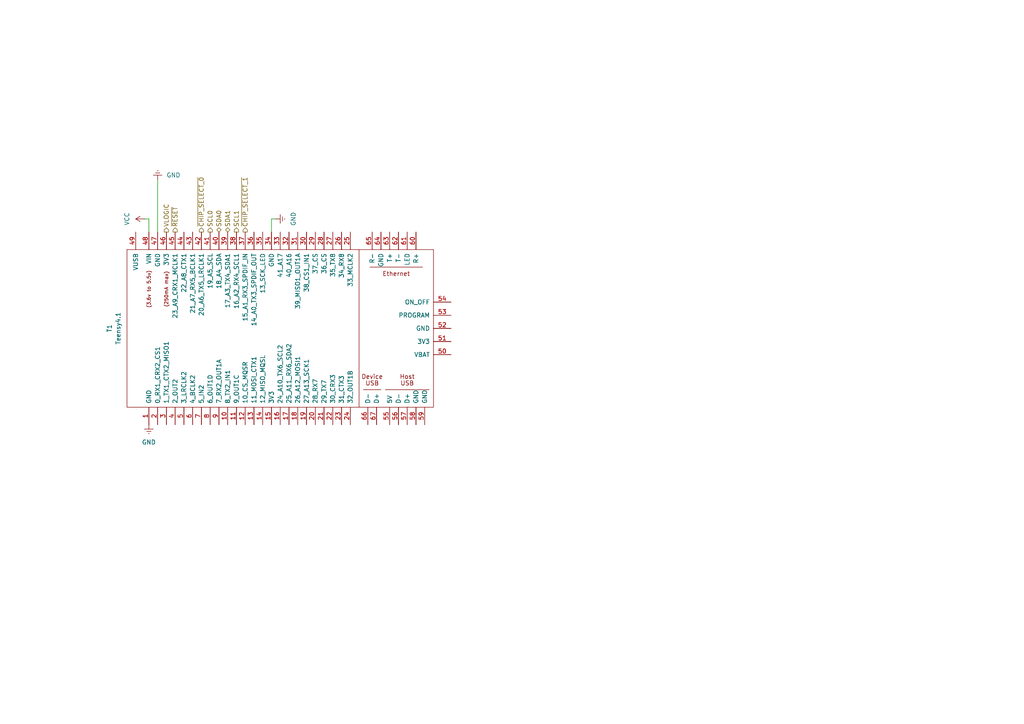
<source format=kicad_sch>
(kicad_sch (version 20250114) (generator "eeschema") (generator_version "9.0")
  (paper "A4")
  (title_block (title "MasterOfMuppets") (rev "0.0.0") (company "y3i12"))
  (lib_symbols
    (symbol "power:+5V" (power) (pin_numbers (hide yes)) (pin_names (offset 0) (hide yes))
      (property "Value" "+5V" (at 0 3.556 0))
      (symbol "+5V_0_1"
        (polyline (pts (xy -0.762 1.27) (xy 0 2.54)))
        (polyline (pts (xy 0 2.54) (xy 0.762 1.27)))
        (polyline (pts (xy 0 0) (xy 0 2.54)))
      )
      (symbol "+5V_1_1"
        (pin power_in line (at 0 0 90) (length 0) (name "~") (number "1"))
      )
    )
    (symbol "power:GNDREF" (power) (pin_numbers (hide yes)) (pin_names (offset 0) (hide yes))
      (property "Value" "GNDREF" (at 0 -3.81 0))
      (symbol "GNDREF_0_1"
        (polyline (pts (xy -0.635 -1.905) (xy 0.635 -1.905)))
        (polyline (pts (xy -0.127 -2.54) (xy 0.127 -2.54)))
        (polyline (pts (xy 0 -1.27) (xy 0 0)))
        (polyline (pts (xy 1.27 -1.27) (xy -1.27 -1.27)))
      )
      (symbol "GNDREF_1_1"
        (pin power_in line (at 0 0 270) (length 0) (name "~") (number "1"))
      )
    )
    (symbol "teensy:Teensy4.1" (pin_names (offset 1.016))
      (property "Reference" "U" (at 0 64.77 0))
      (property "Value" "Teensy4.1" (at 0 62.23 0))
      (symbol "Teensy4.1_0_0"
        (polyline (pts (xy -22.86 -6.35) (xy 22.86 -6.35)))
        (polyline (pts (xy -17.78 -7.62) (xy -17.78 -12.7)))
        (polyline (pts (xy -17.78 -26.67) (xy -17.78 -13.97)))
        (polyline (pts (xy 17.78 -9.525) (xy 17.78 -24.765)))
        (text "USB" (at -15.875 -10.16 900) (effects (font (size 1.27 1.27))))
        (text "USB" (at -15.875 -20.32 900) (effects (font (size 1.27 1.27))))
        (text "Device" (at -13.97 -10.16 900) (effects (font (size 1.27 1.27))))
        (text "Host" (at -13.97 -20.32 900) (effects (font (size 1.27 1.27))))
        (text "(3.6v to 5.5v)" (at 11.43 54.61 0) (effects (font (size 1.016 1.016))))
        (text "(250mA max)" (at 11.43 49.53 0) (effects (font (size 1.016 1.016))))
        (text "Ethernet" (at 15.875 -17.145 900) (effects (font (size 1.27 1.27))))
        (pin bidirectional line (at -27.94 44.45 0) (length 5.08) (name "3_LRCLK2") (number "5"))
        (pin bidirectional line (at -27.94 41.91 0) (length 5.08) (name "4_BCLK2") (number "6"))
        (pin bidirectional line (at -27.94 39.37 0) (length 5.08) (name "5_IN2") (number "7"))
        (pin bidirectional line (at -27.94 36.83 0) (length 5.08) (name "6_OUT1D") (number "8"))
        (pin bidirectional line (at -27.94 34.29 0) (length 5.08) (name "7_RX2_OUT1A") (number "9"))
        (pin bidirectional line (at -27.94 31.75 0) (length 5.08) (name "8_TX2_IN1") (number "10"))
        (pin bidirectional line (at -27.94 29.21 0) (length 5.08) (name "9_OUT1C") (number "11"))
        (pin bidirectional line (at -27.94 26.67 0) (length 5.08) (name "10_CS_MQSR") (number "12"))
        (pin bidirectional line (at -27.94 24.13 0) (length 5.08) (name "11_MOSI_CTX1") (number "13"))
        (pin bidirectional line (at -27.94 21.59 0) (length 5.08) (name "12_MISO_MQSL") (number "14"))
        (pin power_in line (at -27.94 19.05 0) (length 5.08) (name "3V3") (number "15"))
        (pin bidirectional line (at -27.94 16.51 0) (length 5.08) (name "24_A10_TX6_SCL2") (number "16"))
        (pin bidirectional line (at -27.94 13.97 0) (length 5.08) (name "25_A11_RX6_SDA2") (number "17"))
        (pin bidirectional line (at -27.94 11.43 0) (length 5.08) (name "26_A12_MOSI1") (number "18"))
        (pin bidirectional line (at -27.94 8.89 0) (length 5.08) (name "27_A13_SCK1") (number "19"))
        (pin bidirectional line (at -27.94 6.35 0) (length 5.08) (name "28_RX7") (number "20"))
        (pin bidirectional line (at -27.94 3.81 0) (length 5.08) (name "29_TX7") (number "21"))
        (pin bidirectional line (at -27.94 1.27 0) (length 5.08) (name "30_CRX3") (number "22"))
        (pin bidirectional line (at -27.94 -1.27 0) (length 5.08) (name "31_CTX3") (number "23"))
        (pin bidirectional line (at -27.94 -3.81 0) (length 5.08) (name "32_OUT1B") (number "24"))
        (pin bidirectional line (at -27.94 -8.89 0) (length 5.08) (name "D-") (number "66"))
        (pin bidirectional line (at -27.94 -11.43 0) (length 5.08) (name "D+") (number "67"))
        (pin power_out line (at -27.94 -15.24 0) (length 5.08) (name "5V") (number "55"))
        (pin bidirectional line (at -27.94 -17.78 0) (length 5.08) (name "D-") (number "56"))
        (pin bidirectional line (at -27.94 -20.32 0) (length 5.08) (name "D+") (number "57"))
        (pin power_in line (at -27.94 -22.86 0) (length 5.08) (name "GND") (number "58"))
        (pin power_in line (at -27.94 -25.4 0) (length 5.08) (name "GND") (number "59"))
        (pin power_in line (at -7.62 -33.02 90) (length 5.08) (name "VBAT") (number "50"))
        (pin power_in line (at -3.81 -33.02 90) (length 5.08) (name "3V3") (number "51"))
        (pin input line (at 0 -33.02 90) (length 5.08) (name "GND") (number "52"))
        (pin input line (at 3.81 -33.02 90) (length 5.08) (name "PROGRAM") (number "53"))
        (pin input line (at 7.62 -33.02 90) (length 5.08) (name "ON_OFF") (number "54"))
        (pin power_out line (at 27.94 58.42 180) (length 5.08) (name "VUSB") (number "49"))
        (pin power_in line (at 27.94 54.61 180) (length 5.08) (name "VIN") (number "48"))
        (pin output line (at 27.94 52.07 180) (length 5.08) (name "GND") (number "47"))
        (pin output line (at 27.94 49.53 180) (length 5.08) (name "3V3") (number "46"))
        (pin bidirectional line (at 27.94 46.99 180) (length 5.08) (name "23_A9_CRX1_MCLK1") (number "45"))
        (pin bidirectional line (at 27.94 44.45 180) (length 5.08) (name "22_A8_CTX1") (number "44"))
        (pin bidirectional line (at 27.94 41.91 180) (length 5.08) (name "21_A7_RX5_BCLK1") (number "43"))
        (pin bidirectional line (at 27.94 39.37 180) (length 5.08) (name "20_A6_TX5_LRCLK1") (number "42"))
        (pin bidirectional line (at 27.94 36.83 180) (length 5.08) (name "19_A5_SCL") (number "41"))
        (pin bidirectional line (at 27.94 34.29 180) (length 5.08) (name "18_A4_SDA") (number "40"))
        (pin bidirectional line (at 27.94 31.75 180) (length 5.08) (name "17_A3_TX4_SDA1") (number "39"))
        (pin bidirectional line (at 27.94 29.21 180) (length 5.08) (name "16_A2_RX4_SCL1") (number "38"))
        (pin bidirectional line (at 27.94 26.67 180) (length 5.08) (name "15_A1_RX3_SPDIF_IN") (number "37"))
        (pin bidirectional line (at 27.94 24.13 180) (length 5.08) (name "14_A0_TX3_SPDIF_OUT") (number "36"))
        (pin bidirectional line (at 27.94 21.59 180) (length 5.08) (name "13_SCK_LED") (number "35"))
        (pin bidirectional line (at 27.94 16.51 180) (length 5.08) (name "41_A17") (number "33"))
        (pin bidirectional line (at 27.94 13.97 180) (length 5.08) (name "40_A16") (number "32"))
        (pin bidirectional line (at 27.94 11.43 180) (length 5.08) (name "39_MISO1_OUT1A") (number "31"))
        (pin bidirectional line (at 27.94 8.89 180) (length 5.08) (name "38_CS1_IN1") (number "30"))
        (pin bidirectional line (at 27.94 6.35 180) (length 5.08) (name "37_CS") (number "29"))
        (pin bidirectional line (at 27.94 3.81 180) (length 5.08) (name "36_CS") (number "28"))
        (pin bidirectional line (at 27.94 1.27 180) (length 5.08) (name "35_TX8") (number "27"))
        (pin bidirectional line (at 27.94 -1.27 180) (length 5.08) (name "34_RX8") (number "26"))
        (pin bidirectional line (at 27.94 -3.81 180) (length 5.08) (name "33_MCLK2") (number "25"))
        (pin bidirectional line (at 27.94 -10.16 180) (length 5.08) (name "R-") (number "65"))
        (pin power_in line (at 27.94 -12.7 180) (length 5.08) (name "GND") (number "64"))
        (pin bidirectional line (at 27.94 -15.24 180) (length 5.08) (name "T+") (number "63"))
        (pin bidirectional line (at 27.94 -17.78 180) (length 5.08) (name "T-") (number "62"))
        (pin bidirectional line (at 27.94 -20.32 180) (length 5.08) (name "LED") (number "61"))
        (pin bidirectional line (at 27.94 -22.86 180) (length 5.08) (name "R+") (number "60"))
      )
      (symbol "Teensy4.1_0_1"
        (rectangle (start -22.86 60.96) (end 22.86 -27.94))
        (rectangle (start -20.32 -1.27) (end -20.32 -1.27))
      )
      (symbol "Teensy4.1_1_1"
        (pin power_in line (at -27.94 54.61 0) (length 5.08) (name "GND") (number "1"))
        (pin bidirectional line (at -27.94 52.07 0) (length 5.08) (name "0_RX1_CRX2_CS1") (number "2"))
        (pin bidirectional line (at -27.94 49.53 0) (length 5.08) (name "1_TX1_CTX2_MISO1") (number "3"))
        (pin bidirectional line (at -27.94 46.99 0) (length 5.08) (name "2_OUT2") (number "4"))
        (pin power_in line (at 27.94 19.05 180) (length 5.08) (name "GND") (number "34"))
      )
    )
  )
  (wire (pts (xy 43.18 63.5) (xy 43.18 67.31)))
  (wire (pts (xy 45.72 52.07) (xy 45.72 67.31)))
  (wire (pts (xy 78.74 63.5) (xy 80.01 63.5)))
  (wire (pts (xy 78.74 67.31) (xy 78.74 63.5)))
  (wire (pts (xy 41.91 63.5) (xy 43.18 63.5)))
  (hierarchical_label "SDA0" (shape bidirectional) (at 63.5 67.31 90))
  (hierarchical_label "~{RESET}" (shape output) (at 50.8 67.31 90))
  (hierarchical_label "VLOGIC" (shape output) (at 48.26 67.31 90))
  (hierarchical_label "SCL0" (shape output) (at 60.96 67.31 90))
  (hierarchical_label "SDA1" (shape bidirectional) (at 66.04 67.31 90))
  (hierarchical_label "~{CHIP_SELECT_1}" (shape output) (at 71.12 67.31 90))
  (hierarchical_label "~{CHIP_SELECT_0}" (shape output) (at 58.42 67.31 90))
  (hierarchical_label "SCL1" (shape output) (at 68.58 67.31 90))
  (symbol (lib_id "power:GNDREF") (at 45.72 52.07 180) (unit 1)
    (property "Reference" "#PWR09" (effects (hide yes)))
    (property "Value" "GND" (at 48.26 50.7999 0) (effects (justify right)))
    (property "Description" "Power symbol creates a global label with name \"GNDREF\" , reference supply ground" (effects (hide yes)))
  )
  (symbol (lib_id "teensy:Teensy4.1") (at 97.79 95.25 90) (unit 1)
    (property "Reference" "T1" (at 31.75 95.25 0))
    (property "Value" "Teensy4.1" (at 34.29 95.25 0))
    (property "Footprint" "teensy.pretty-master:Teensy41" (effects (hide yes)))
  )
  (symbol (lib_id "power:GNDREF") (at 80.01 63.5 90) (unit 1)
    (property "Reference" "#PWR010" (effects (hide yes)))
    (property "Value" "GND" (at 85.09 63.5 0))
    (property "Description" "Power symbol creates a global label with name \"GNDREF\" , reference supply ground" (effects (hide yes)))
  )
  (symbol (lib_id "power:+5V") (at 41.91 63.5 90) (unit 1)
    (property "Reference" "#PWR07" (effects (hide yes)))
    (property "Value" "VCC" (at 36.83 63.5 0))
    (property "Description" "Power symbol creates a global label with name \"+5V\"" (effects (hide yes)))
  )
  (symbol (lib_id "power:GNDREF") (at 43.18 123.19 0) (unit 1)
    (property "Reference" "#PWR08" (effects (hide yes)))
    (property "Value" "GND" (at 43.18 128.27 0))
    (property "Description" "Power symbol creates a global label with name \"GNDREF\" , reference supply ground" (effects (hide yes)))
  )
)
</source>
